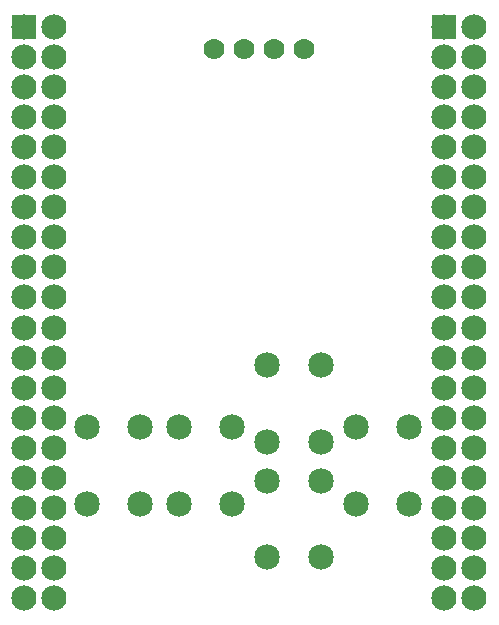
<source format=gts>
G04 MADE WITH FRITZING*
G04 WWW.FRITZING.ORG*
G04 DOUBLE SIDED*
G04 HOLES PLATED*
G04 CONTOUR ON CENTER OF CONTOUR VECTOR*
%ASAXBY*%
%FSLAX23Y23*%
%MOIN*%
%OFA0B0*%
%SFA1.0B1.0*%
%ADD10C,0.084000*%
%ADD11C,0.070000*%
%ADD12C,0.085000*%
%ADD13R,0.084000X0.084000*%
%LNMASK1*%
G90*
G70*
G54D10*
X93Y2006D03*
X193Y2006D03*
X93Y1906D03*
X193Y1906D03*
X93Y1806D03*
X193Y1806D03*
X93Y1706D03*
X193Y1706D03*
X93Y1606D03*
X193Y1606D03*
X93Y1506D03*
X193Y1506D03*
X93Y1406D03*
X193Y1406D03*
X93Y1306D03*
X193Y1306D03*
X93Y1206D03*
X193Y1206D03*
X93Y1106D03*
X193Y1106D03*
X93Y1005D03*
X193Y1005D03*
X93Y905D03*
X193Y905D03*
X93Y805D03*
X193Y805D03*
X93Y705D03*
X193Y705D03*
X93Y605D03*
X193Y605D03*
X93Y505D03*
X193Y505D03*
X93Y405D03*
X193Y405D03*
X93Y305D03*
X193Y305D03*
X93Y205D03*
X193Y205D03*
X93Y105D03*
X193Y105D03*
X1493Y2006D03*
X1593Y2006D03*
X1493Y1906D03*
X1593Y1906D03*
X1493Y1806D03*
X1593Y1806D03*
X1493Y1706D03*
X1593Y1706D03*
X1493Y1606D03*
X1593Y1606D03*
X1493Y1506D03*
X1593Y1506D03*
X1493Y1406D03*
X1593Y1406D03*
X1493Y1306D03*
X1593Y1306D03*
X1493Y1206D03*
X1593Y1206D03*
X1493Y1106D03*
X1593Y1106D03*
X1493Y1005D03*
X1593Y1005D03*
X1493Y905D03*
X1593Y905D03*
X1493Y805D03*
X1593Y805D03*
X1493Y705D03*
X1593Y705D03*
X1493Y605D03*
X1593Y605D03*
X1493Y505D03*
X1593Y505D03*
X1493Y405D03*
X1593Y405D03*
X1493Y305D03*
X1593Y305D03*
X1493Y205D03*
X1593Y205D03*
X1493Y105D03*
X1593Y105D03*
G54D11*
X1025Y1932D03*
X926Y1932D03*
X825Y1932D03*
X725Y1932D03*
G54D12*
X607Y417D03*
X607Y672D03*
X784Y417D03*
X784Y672D03*
X903Y623D03*
X903Y879D03*
X1080Y623D03*
X1080Y879D03*
X1198Y417D03*
X1198Y672D03*
X1375Y417D03*
X1375Y672D03*
X302Y417D03*
X302Y672D03*
X479Y417D03*
X479Y672D03*
X903Y239D03*
X903Y495D03*
X1080Y239D03*
X1080Y495D03*
G54D13*
X93Y2006D03*
X1493Y2006D03*
G04 End of Mask1*
M02*
</source>
